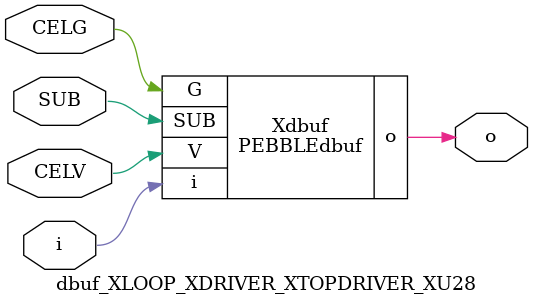
<source format=v>



module PEBBLEdbuf ( o, G, SUB, V, i );

  input V;
  input i;
  input G;
  output o;
  input SUB;
endmodule

//Celera Confidential Do Not Copy dbuf_XLOOP_XDRIVER_XTOPDRIVER_XU28
//Celera Confidential Symbol Generator
//Digital Buffer
module dbuf_XLOOP_XDRIVER_XTOPDRIVER_XU28 (CELV,CELG,i,o,SUB);
input CELV;
input CELG;
input i;
input SUB;
output o;

//Celera Confidential Do Not Copy dbuf
PEBBLEdbuf Xdbuf(
.V (CELV),
.i (i),
.o (o),
.SUB (SUB),
.G (CELG)
);
//,diesize,PEBBLEdbuf

//Celera Confidential Do Not Copy Module End
//Celera Schematic Generator
endmodule

</source>
